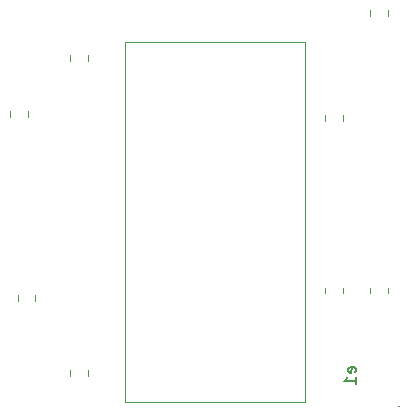
<source format=gbr>
%TF.GenerationSoftware,KiCad,Pcbnew,9.0.3*%
%TF.CreationDate,2025-10-09T23:36:15+02:00*%
%TF.ProjectId,ledkiv2,6c65646b-6976-4322-9e6b-696361645f70,rev?*%
%TF.SameCoordinates,Original*%
%TF.FileFunction,Legend,Bot*%
%TF.FilePolarity,Positive*%
%FSLAX46Y46*%
G04 Gerber Fmt 4.6, Leading zero omitted, Abs format (unit mm)*
G04 Created by KiCad (PCBNEW 9.0.3) date 2025-10-09 23:36:15*
%MOMM*%
%LPD*%
G01*
G04 APERTURE LIST*
%ADD10C,0.150000*%
%ADD11C,0.120000*%
%ADD12C,0.100000*%
G04 APERTURE END LIST*
D10*
X178314200Y-114279285D02*
X178361819Y-114184047D01*
X178361819Y-114184047D02*
X178361819Y-113993571D01*
X178361819Y-113993571D02*
X178314200Y-113898333D01*
X178314200Y-113898333D02*
X178218961Y-113850714D01*
X178218961Y-113850714D02*
X177838009Y-113850714D01*
X177838009Y-113850714D02*
X177742771Y-113898333D01*
X177742771Y-113898333D02*
X177695152Y-113993571D01*
X177695152Y-113993571D02*
X177695152Y-114184047D01*
X177695152Y-114184047D02*
X177742771Y-114279285D01*
X177742771Y-114279285D02*
X177838009Y-114326904D01*
X177838009Y-114326904D02*
X177933247Y-114326904D01*
X177933247Y-114326904D02*
X178028485Y-113850714D01*
X178361819Y-115279285D02*
X178361819Y-114707857D01*
X178361819Y-114993571D02*
X177361819Y-114993571D01*
X177361819Y-114993571D02*
X177504676Y-114898333D01*
X177504676Y-114898333D02*
X177599914Y-114803095D01*
X177599914Y-114803095D02*
X177647533Y-114707857D01*
D11*
%TO.C,e1*%
X181947000Y-117165000D02*
X182007000Y-117165000D01*
D12*
%TO.C,J1*%
X174019082Y-86341343D02*
X174019082Y-116821343D01*
X174019082Y-86341343D02*
X158779082Y-86341343D01*
X174019082Y-116821343D02*
X158779082Y-116821343D01*
X158779082Y-86341343D02*
X158779082Y-116821343D01*
D11*
%TO.C,R2*%
X154196000Y-87448936D02*
X154196000Y-87903064D01*
X155666000Y-87448936D02*
X155666000Y-87903064D01*
%TO.C,R3*%
X149116000Y-92171436D02*
X149116000Y-92625564D01*
X150586000Y-92171436D02*
X150586000Y-92625564D01*
%TO.C,R6*%
X177256000Y-107133936D02*
X177256000Y-107588064D01*
X175786000Y-107133936D02*
X175786000Y-107588064D01*
%TO.C,R4*%
X177256000Y-92983064D02*
X177256000Y-92528936D01*
X175786000Y-92983064D02*
X175786000Y-92528936D01*
%TO.C,R7*%
X149751000Y-108223064D02*
X149751000Y-107768936D01*
X151221000Y-108223064D02*
X151221000Y-107768936D01*
%TO.C,R5*%
X181066000Y-107133936D02*
X181066000Y-107588064D01*
X179596000Y-107133936D02*
X179596000Y-107588064D01*
%TO.C,R1*%
X181066000Y-83638936D02*
X181066000Y-84093064D01*
X179596000Y-83638936D02*
X179596000Y-84093064D01*
%TO.C,R8*%
X155666000Y-114118936D02*
X155666000Y-114573064D01*
X154196000Y-114118936D02*
X154196000Y-114573064D01*
%TD*%
M02*

</source>
